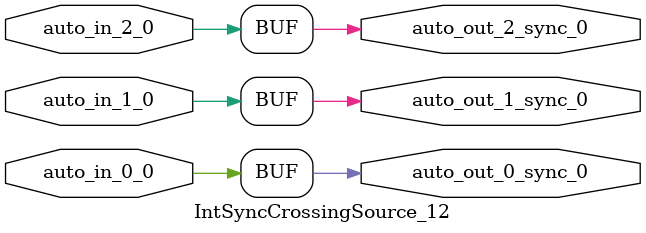
<source format=sv>
`ifndef RANDOMIZE
  `ifdef RANDOMIZE_REG_INIT
    `define RANDOMIZE
  `endif // RANDOMIZE_REG_INIT
`endif // not def RANDOMIZE
`ifndef RANDOMIZE
  `ifdef RANDOMIZE_MEM_INIT
    `define RANDOMIZE
  `endif // RANDOMIZE_MEM_INIT
`endif // not def RANDOMIZE

`ifndef RANDOM
  `define RANDOM $random
`endif // not def RANDOM

// Users can define 'PRINTF_COND' to add an extra gate to prints.
`ifndef PRINTF_COND_
  `ifdef PRINTF_COND
    `define PRINTF_COND_ (`PRINTF_COND)
  `else  // PRINTF_COND
    `define PRINTF_COND_ 1
  `endif // PRINTF_COND
`endif // not def PRINTF_COND_

// Users can define 'ASSERT_VERBOSE_COND' to add an extra gate to assert error printing.
`ifndef ASSERT_VERBOSE_COND_
  `ifdef ASSERT_VERBOSE_COND
    `define ASSERT_VERBOSE_COND_ (`ASSERT_VERBOSE_COND)
  `else  // ASSERT_VERBOSE_COND
    `define ASSERT_VERBOSE_COND_ 1
  `endif // ASSERT_VERBOSE_COND
`endif // not def ASSERT_VERBOSE_COND_

// Users can define 'STOP_COND' to add an extra gate to stop conditions.
`ifndef STOP_COND_
  `ifdef STOP_COND
    `define STOP_COND_ (`STOP_COND)
  `else  // STOP_COND
    `define STOP_COND_ 1
  `endif // STOP_COND
`endif // not def STOP_COND_

// Users can define INIT_RANDOM as general code that gets injected into the
// initializer block for modules with registers.
`ifndef INIT_RANDOM
  `define INIT_RANDOM
`endif // not def INIT_RANDOM

// If using random initialization, you can also define RANDOMIZE_DELAY to
// customize the delay used, otherwise 0.002 is used.
`ifndef RANDOMIZE_DELAY
  `define RANDOMIZE_DELAY 0.002
`endif // not def RANDOMIZE_DELAY

// Define INIT_RANDOM_PROLOG_ for use in our modules below.
`ifndef INIT_RANDOM_PROLOG_
  `ifdef RANDOMIZE
    `ifdef VERILATOR
      `define INIT_RANDOM_PROLOG_ `INIT_RANDOM
    `else  // VERILATOR
      `define INIT_RANDOM_PROLOG_ `INIT_RANDOM #`RANDOMIZE_DELAY begin end
    `endif // VERILATOR
  `else  // RANDOMIZE
    `define INIT_RANDOM_PROLOG_
  `endif // RANDOMIZE
`endif // not def INIT_RANDOM_PROLOG_

module IntSyncCrossingSource_12(
  input  auto_in_2_0,
         auto_in_1_0,
         auto_in_0_0,
  output auto_out_2_sync_0,
         auto_out_1_sync_0,
         auto_out_0_sync_0
);

  assign auto_out_2_sync_0 = auto_in_2_0;
  assign auto_out_1_sync_0 = auto_in_1_0;
  assign auto_out_0_sync_0 = auto_in_0_0;
endmodule


</source>
